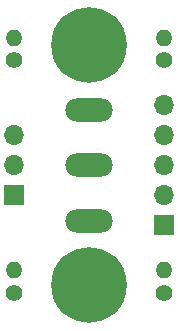
<source format=gbr>
%TF.GenerationSoftware,KiCad,Pcbnew,(5.1.10)-1*%
%TF.CreationDate,2021-09-06T20:37:00+10:00*%
%TF.ProjectId,BasicSwitchBO,42617369-6353-4776-9974-6368424f2e6b,rev?*%
%TF.SameCoordinates,Original*%
%TF.FileFunction,Soldermask,Top*%
%TF.FilePolarity,Negative*%
%FSLAX46Y46*%
G04 Gerber Fmt 4.6, Leading zero omitted, Abs format (unit mm)*
G04 Created by KiCad (PCBNEW (5.1.10)-1) date 2021-09-06 20:37:00*
%MOMM*%
%LPD*%
G01*
G04 APERTURE LIST*
%ADD10O,4.000000X2.000000*%
%ADD11R,1.700000X1.700000*%
%ADD12O,1.700000X1.700000*%
%ADD13C,1.400000*%
%ADD14O,1.400000X1.400000*%
%ADD15C,6.400000*%
%ADD16C,0.800000*%
G04 APERTURE END LIST*
D10*
%TO.C,SW1*%
X166370000Y-110110000D03*
X166370000Y-105410000D03*
X166370000Y-100710000D03*
%TD*%
D11*
%TO.C,J1*%
X160020000Y-107950000D03*
D12*
X160020000Y-105410000D03*
X160020000Y-102870000D03*
%TD*%
D13*
%TO.C,R4*%
X160020000Y-96520000D03*
D14*
X160020000Y-94620000D03*
%TD*%
D13*
%TO.C,R3*%
X160020000Y-116200000D03*
D14*
X160020000Y-114300000D03*
%TD*%
D13*
%TO.C,R2*%
X172720000Y-96520000D03*
D14*
X172720000Y-94620000D03*
%TD*%
D13*
%TO.C,R1*%
X172720000Y-116200000D03*
D14*
X172720000Y-114300000D03*
%TD*%
D11*
%TO.C,J2*%
X172720000Y-110490000D03*
D12*
X172720000Y-107950000D03*
X172720000Y-105410000D03*
X172720000Y-102870000D03*
X172720000Y-100330000D03*
%TD*%
D15*
%TO.C,H2*%
X166370000Y-115570000D03*
D16*
X168770000Y-115570000D03*
X168067056Y-117267056D03*
X166370000Y-117970000D03*
X164672944Y-117267056D03*
X163970000Y-115570000D03*
X164672944Y-113872944D03*
X166370000Y-113170000D03*
X168067056Y-113872944D03*
%TD*%
D15*
%TO.C,H1*%
X166370000Y-95250000D03*
D16*
X168770000Y-95250000D03*
X168067056Y-96947056D03*
X166370000Y-97650000D03*
X164672944Y-96947056D03*
X163970000Y-95250000D03*
X164672944Y-93552944D03*
X166370000Y-92850000D03*
X168067056Y-93552944D03*
%TD*%
M02*

</source>
